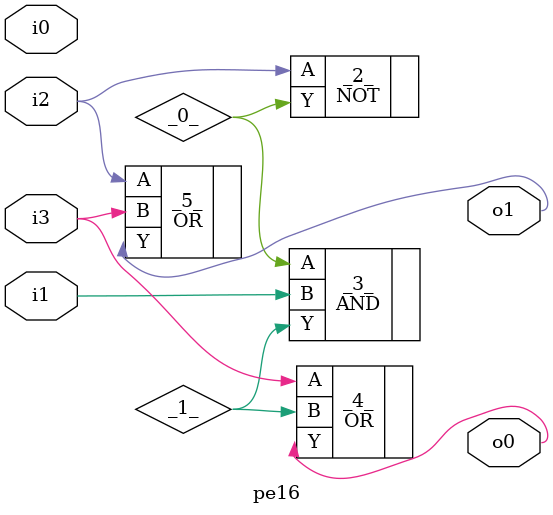
<source format=v>
/* Generated by Yosys 0.41+83 (git sha1 7045cf509, x86_64-w64-mingw32-g++ 13.2.1 -Os) */

/* cells_not_processed =  1  */
/* src = "pe16.v:1.1-9.10" */
module pe16(i3, i2, i1, i0, o0, o1);
  wire _0_;
  wire _1_;
  /* src = "pe16.v:3.20-3.22" */
  input i0;
  wire i0;
  /* src = "pe16.v:3.17-3.19" */
  input i1;
  wire i1;
  /* src = "pe16.v:3.14-3.16" */
  input i2;
  wire i2;
  /* src = "pe16.v:3.11-3.13" */
  input i3;
  wire i3;
  /* src = "pe16.v:4.12-4.14" */
  output o0;
  wire o0;
  /* src = "pe16.v:4.15-4.17" */
  output o1;
  wire o1;
  NOT _2_ (
    .A(i2),
    .Y(_0_)
  );
  AND _3_ (
    .A(_0_),
    .B(i1),
    .Y(_1_)
  );
  OR _4_ (
    .A(i3),
    .B(_1_),
    .Y(o0)
  );
  OR _5_ (
    .A(i2),
    .B(i3),
    .Y(o1)
  );
endmodule

</source>
